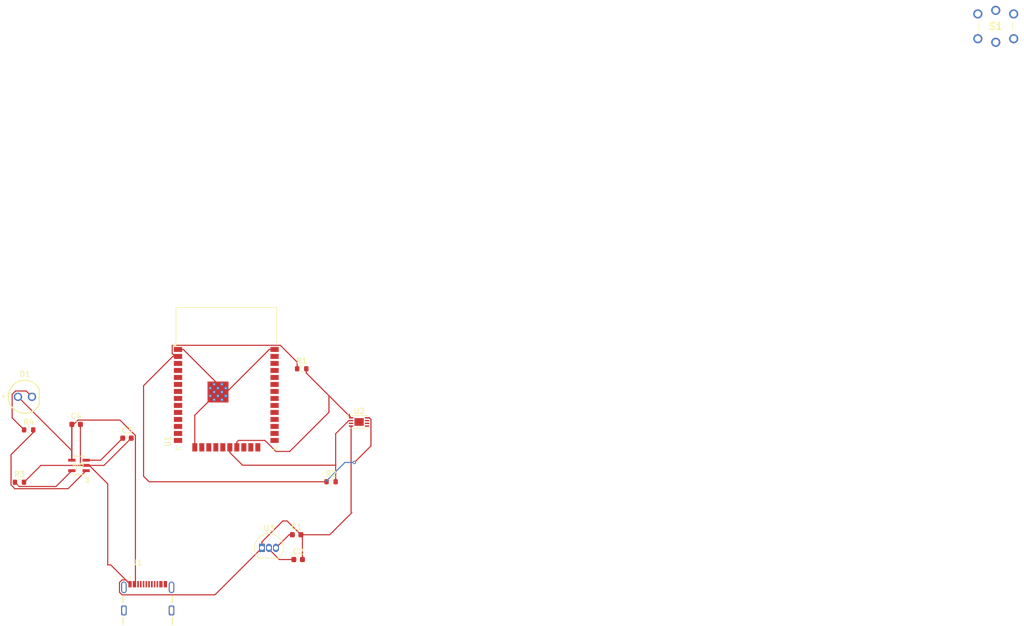
<source format=kicad_pcb>
(kicad_pcb (version 20240108) (generator "pcbnew") (generator_version "8.0")
  (layers (0 "F.Cu" signal) (31 "B.Cu" signal) (34 "B.Paste" user) (35 "F.Paste" user) (36 "B.SilkS" user "B.Silkscreen") (37 "F.SilkS" user "F.Silkscreen") (38 "B.Mask" user) (39 "F.Mask" user) (44 "Edge.Cuts" user))
  (net 0 "")
  (net 1 "Net-(U3-VO)")
  (net 2 "GND")
  (net 3 "vbat")
  (net 4 "Net-(U4-VBAT)")
  (net 5 "Net-(J1-VBUS)")
  (net 6 "Net-(D1-Pad2)")
  (net 21 "Net-(U1-SDO{slash}SD0)")
  (net 22 "+3.3V")
  (net 23 "Net-(U1-SCK{slash}CLK)")
  (net 24 "Net-(U4-PROG)")
  (net 25 "Net-(U4-STAT)")
  (net 32 "Net-(U1-GND-Pad1)")
  (footprint "Capacitor_SMD:C_0603_1608Metric" (layer "F.Cu") (at 113.025 88.971848)
    (property "Reference" "C4" (at 0 -1.46 0) (layer "F.SilkS"))
    (property "Value" "C")
    (fp_line (start -0.14058 -0.51) (end 0.14058 -0.51) (stroke (width 0.12)) (layer "F.SilkS"))
    (fp_line (start -0.14058 0.51) (end 0.14058 0.51) (stroke (width 0.12)) (layer "F.SilkS"))
    (pad "1" smd roundrect (at -0.775 0) (size 0.9 0.95) (layers "F.Cu" "F.Paste" "F.Mask") (net 5 "Net-(J1-VBUS)"))
    (pad "2" smd roundrect (at 0.775 0) (size 0.9 0.95) (layers "F.Cu" "F.Paste" "F.Mask") (net 2 "GND"))
  )
  (footprint "myproject:GCT_USB4105GFA120" (layer "F.Cu") (at 126 122.726848)
    (property "Reference" "J1" (at -1.825 -8.635 0) (layer "F.SilkS"))
    (property "Value" "USB4105GFA120")
    (fp_line (start -4.47 -2.65) (end -4.47 -1.4) (stroke (width 0.2)) (layer "F.SilkS"))
    (fp_line (start -4.47 1.32) (end -4.47 2.6) (stroke (width 0.2)) (layer "F.SilkS"))
    (fp_line (start 4.47 -2.65) (end 4.47 -1.4) (stroke (width 0.2)) (layer "F.SilkS"))
    (fp_line (start 4.47 2.6) (end 4.47 1.32) (stroke (width 0.2)) (layer "F.SilkS"))
    (fp_circle (center -3.25 -6) (end -3.15 -6) (stroke (width 0.2)) (fill none) (layer "F.SilkS"))
    (pad "" np_thru_hole circle (at -2.89 -3.68) (size 0.65 0.65) (drill 0.65) (layers "*.Cu" "*.Mask"))
    (pad "" np_thru_hole circle (at 2.89 -3.68) (size 0.65 0.65) (drill 0.65) (layers "*.Cu" "*.Mask"))
    (pad "A1_B12" smd rect (at -3.2 -4.755) (size 0.6 1.15) (layers "F.Cu" "F.Paste" "F.Mask") (net 2 "GND"))
    (pad "A4_B9" smd rect (at -2.4 -4.755) (size 0.6 1.15) (layers "F.Cu" "F.Paste" "F.Mask") (net 5 "Net-(J1-VBUS)"))
    (pad "A5" smd rect (at -1.25 -4.755) (size 0.3 1.15) (layers "F.Cu" "F.Paste" "F.Mask"))
    (pad "A6" smd rect (at -0.25 -4.755) (size 0.3 1.15) (layers "F.Cu" "F.Paste" "F.Mask"))
    (pad "A7" smd rect (at 0.25 -4.755) (size 0.3 1.15) (layers "F.Cu" "F.Paste" "F.Mask"))
    (pad "A8" smd rect (at 1.25 -4.755) (size 0.3 1.15) (layers "F.Cu" "F.Paste" "F.Mask"))
    (pad "B1_A12" smd rect (at 3.2 -4.755) (size 0.6 1.15) (layers "F.Cu" "F.Paste" "F.Mask"))
    (pad "B4_A9" smd rect (at 2.4 -4.755) (size 0.6 1.15) (layers "F.Cu" "F.Paste" "F.Mask"))
    (pad "B5" smd rect (at 1.75 -4.755) (size 0.3 1.15) (layers "F.Cu" "F.Paste" "F.Mask"))
    (pad "B6" smd rect (at 0.75 -4.755) (size 0.3 1.15) (layers "F.Cu" "F.Paste" "F.Mask"))
    (pad "B7" smd rect (at -0.75 -4.755) (size 0.3 1.15) (layers "F.Cu" "F.Paste" "F.Mask"))
    (pad "B8" smd rect (at -1.75 -4.755) (size 0.3 1.15) (layers "F.Cu" "F.Paste" "F.Mask"))
    (pad "SH1" thru_hole oval (at -4.32 -4.18) (size 1 2.1) (drill oval 0.6 1.7) (layers "*.Cu" "*.Mask"))
    (pad "SH2" thru_hole oval (at 4.32 -4.18) (size 1 2.1) (drill oval 0.6 1.7) (layers "*.Cu" "*.Mask"))
    (pad "SH3" thru_hole roundrect (at -4.32 0) (size 1 1.8) (drill oval 0.6 1.4) (layers "*.Cu" "*.Mask"))
    (pad "SH4" thru_hole roundrect (at 4.32 0) (size 1 1.8) (drill oval 0.6 1.4) (layers "*.Cu" "*.Mask"))
  )
  (footprint "Resistor_SMD:R_0603_1608Metric" (layer "F.Cu") (at 153.925 78.885)
    (property "Reference" "R1" (at 0 -1.43 0) (layer "F.SilkS"))
    (property "Value" "R")
    (fp_line (start -0.237258 -0.5225) (end 0.237258 -0.5225) (stroke (width 0.12)) (layer "F.SilkS"))
    (fp_line (start -0.237258 0.5225) (end 0.237258 0.5225) (stroke (width 0.12)) (layer "F.SilkS"))
    (pad "1" smd roundrect (at -0.825 0) (size 0.8 0.95) (layers "F.Cu" "F.Paste" "F.Mask") (net 22 "+3.3V"))
    (pad "2" smd roundrect (at 0.825 0) (size 0.8 0.95) (layers "F.Cu" "F.Paste" "F.Mask") (net 21 "Net-(U1-SDO{slash}SD0)"))
  )
  (footprint "Resistor_SMD:R_0603_1608Metric" (layer "F.Cu") (at 102.75 99.471848)
    (property "Reference" "R3" (at 0 -1.43 0) (layer "F.SilkS"))
    (property "Value" "R")
    (fp_line (start -0.237258 -0.5225) (end 0.237258 -0.5225) (stroke (width 0.12)) (layer "F.SilkS"))
    (fp_line (start -0.237258 0.5225) (end 0.237258 0.5225) (stroke (width 0.12)) (layer "F.SilkS"))
    (pad "1" smd roundrect (at -0.825 0) (size 0.8 0.95) (layers "F.Cu" "F.Paste" "F.Mask") (net 24 "Net-(U4-PROG)"))
    (pad "2" smd roundrect (at 0.825 0) (size 0.8 0.95) (layers "F.Cu" "F.Paste" "F.Mask") (net 2 "GND"))
  )
  (footprint "Package_TO_SOT_THT:TO-92_Inline" (layer "F.Cu") (at 146.71 111.385)
    (property "Reference" "U3" (at 1.27 -3.56 0) (layer "F.SilkS"))
    (property "Value" "MCP1700x-330xxTO")
    (fp_line (start -0.53 1.85) (end 3.07 1.85) (stroke (width 0.12)) (layer "F.SilkS"))
    (fp_arc (start -0.568478 1.838478) (mid -1.132087 -0.994977) (end 1.27 -2.6) (stroke (width 0.12)) (layer "F.SilkS"))
    (fp_arc (start 1.27 -2.6) (mid 3.672087 -0.994977) (end 3.108478 1.838478) (stroke (width 0.12)) (layer "F.SilkS"))
    (pad "1" thru_hole rect (at 0 0) (size 1.05 1.5) (drill 0.75) (layers "*.Cu" "*.Mask") (net 2 "GND"))
    (pad "2" thru_hole oval (at 1.27 0) (size 1.05 1.5) (drill 0.75) (layers "*.Cu" "*.Mask") (net 3 "vbat"))
    (pad "3" thru_hole oval (at 2.54 0) (size 1.05 1.5) (drill 0.75) (layers "*.Cu" "*.Mask") (net 1 "Net-(U3-VO)"))
  )
  (footprint "myproject:WL-TMRC_5MM" (layer "F.Cu") (at 103.75 83.971848)
    (property "Reference" "D1" (at 0 -4.135 0) (layer "F.SilkS"))
    (property "Value" "WL-TMRC_5MM" (hide yes))
    (fp_line (start 2.6 -1.38) (end 2.6 1.38) (stroke (width 0.2)) (layer "F.SilkS"))
    (fp_arc (start 2.6 1.38) (mid -3.031505 0) (end 2.6 -1.38) (stroke (width 0.2)) (layer "F.SilkS"))
    (fp_text user "+" (at -3.88 -0.118 0) (layer "F.SilkS") (effects (font (size 0.8 0.8))))
    (pad "1" thru_hole circle (at -1.27 0) (size 1.508 1.508) (drill 1) (layers "*.Cu" "*.Mask") (net 5 "Net-(J1-VBUS)"))
    (pad "2" thru_hole circle (at 1.27 0) (size 1.508 1.508) (drill 1) (layers "*.Cu" "*.Mask") (net 6 "Net-(D1-Pad2)"))
  )
  (footprint "Capacitor_SMD:C_0603_1608Metric" (layer "F.Cu") (at 153 109)
    (property "Reference" "C1" (at 0 -1.43 0) (layer "F.SilkS"))
    (property "Value" "C")
    (fp_line (start -0.14058 -0.51) (end 0.14058 -0.51) (stroke (width 0.12)) (layer "F.SilkS"))
    (fp_line (start -0.14058 0.51) (end 0.14058 0.51) (stroke (width 0.12)) (layer "F.SilkS"))
    (pad "1" smd roundrect (at -0.775 0) (size 0.9 0.95) (layers "F.Cu" "F.Paste" "F.Mask") (net 1 "Net-(U3-VO)"))
    (pad "2" smd roundrect (at 0.775 0) (size 0.9 0.95) (layers "F.Cu" "F.Paste" "F.Mask") (net 2 "GND"))
  )
  (footprint "myproject:SOT-23-5_MC_MCH" (layer "F.Cu") (at 113.5454 96.421849 180)
    (property "Reference" "U4" (at 0 0 180) (layer "F.SilkS"))
    (property "Value" "MCP73831T-2DCI/OT")
    (fp_line (start 1.0287 0.363261) (end 1.0287 -0.363261) (stroke (width 0.1524)) (layer "F.SilkS"))
    (fp_line (start 1.0287 -1.6764) (end -1.0287 -1.6764) (stroke (width 0.1524)) (layer "F.SilkS"))
    (fp_line (start -1.0287 1.6764) (end 1.0287 1.6764) (stroke (width 0.1524)) (layer "F.SilkS"))
    (fp_text user "*" (at -1.5494 -2.601 180) (layer "F.SilkS"))
    (fp_text user "*" (at -1.5494 -2.601 360) (layer "F.SilkS"))
    (pad "1" smd rect (at -1.2954 -0.950001 180) (size 1.3208 0.508) (layers "F.Cu" "F.Paste" "F.Mask") (net 25 "Net-(U4-STAT)"))
    (pad "2" smd rect (at -1.2954 0 180) (size 1.3208 0.508) (layers "F.Cu" "F.Paste" "F.Mask") (net 2 "GND"))
    (pad "3" smd rect (at -1.2954 0.950001 180) (size 1.3208 0.508) (layers "F.Cu" "F.Paste" "F.Mask") (net 4 "Net-(U4-VBAT)"))
    (pad "4" smd rect (at 1.2954 0.950001 180) (size 1.3208 0.508) (layers "F.Cu" "F.Paste" "F.Mask") (net 5 "Net-(J1-VBUS)"))
    (pad "5" smd rect (at 1.2954 -0.950001 180) (size 1.3208 0.508) (layers "F.Cu" "F.Paste" "F.Mask") (net 24 "Net-(U4-PROG)"))
  )
  (footprint "Capacitor_SMD:C_0603_1608Metric" (layer "F.Cu") (at 122.25 91.471848)
    (property "Reference" "C3" (at 0 -1.43 0) (layer "F.SilkS"))
    (property "Value" "C")
    (fp_line (start -0.14058 -0.51) (end 0.14058 -0.51) (stroke (width 0.12)) (layer "F.SilkS"))
    (fp_line (start -0.14058 0.51) (end 0.14058 0.51) (stroke (width 0.12)) (layer "F.SilkS"))
    (pad "1" smd roundrect (at -0.775 0) (size 0.9 0.95) (layers "F.Cu" "F.Paste" "F.Mask") (net 4 "Net-(U4-VBAT)"))
    (pad "2" smd roundrect (at 0.775 0) (size 0.9 0.95) (layers "F.Cu" "F.Paste" "F.Mask") (net 2 "GND"))
  )
  (footprint "Resistor_SMD:R_0603_1608Metric" (layer "F.Cu") (at 159.25 99.385)
    (property "Reference" "R2" (at 0 -1.43 0) (layer "F.SilkS"))
    (property "Value" "R")
    (fp_line (start -0.237258 -0.5225) (end 0.237258 -0.5225) (stroke (width 0.12)) (layer "F.SilkS"))
    (fp_line (start -0.237258 0.5225) (end 0.237258 0.5225) (stroke (width 0.12)) (layer "F.SilkS"))
    (pad "1" smd roundrect (at -0.825 0) (size 0.8 0.95) (layers "F.Cu" "F.Paste" "F.Mask") (net 22 "+3.3V"))
    (pad "2" smd roundrect (at 0.825 0) (size 0.8 0.95) (layers "F.Cu" "F.Paste" "F.Mask") (net 23 "Net-(U1-SCK{slash}CLK)"))
  )
  (footprint "RF_Module:ESP32-WROOM-32D" (layer "F.Cu") (at 140.25 83.63)
    (property "Reference" "U1" (at -10.61 8.43 90) (layer "F.SilkS"))
    (property "Value" "ESP32-WROOM-32D")
    (fp_line (start -9.12 -15.86) (end -9.12 -9.7) (stroke (width 0.12)) (layer "F.SilkS"))
    (fp_line (start -9.12 -15.86) (end 9.12 -15.86) (stroke (width 0.12)) (layer "F.SilkS"))
    (fp_line (start -9.12 9.1) (end -9.12 9.88) (stroke (width 0.12)) (layer "F.SilkS"))
    (fp_line (start -9.12 9.88) (end -8.12 9.88) (stroke (width 0.12)) (layer "F.SilkS"))
    (fp_line (start 9.12 -15.86) (end 9.12 -9.445) (stroke (width 0.12)) (layer "F.SilkS"))
    (fp_line (start 9.12 9.1) (end 9.12 9.88) (stroke (width 0.12)) (layer "F.SilkS"))
    (fp_line (start 9.12 9.88) (end 8.12 9.88) (stroke (width 0.12)) (layer "F.SilkS"))
    (fp_poly (pts (xy -9.125 -8.975) (xy -9.625 -8.975) (xy -9.125 -9.475) (xy -9.125 -8.975)) (stroke (width 0.12)) (fill solid) (layer "F.SilkS"))
    (pad "1" smd rect (at -8.75 -8.25) (size 1.5 0.9) (layers "F.Cu" "F.Paste" "F.Mask") (net 32 "Net-(U1-GND-Pad1)"))
    (pad "2" smd rect (at -8.75 -6.98) (size 1.5 0.9) (layers "F.Cu" "F.Paste" "F.Mask") (net 22 "+3.3V"))
    (pad "3" smd rect (at -8.75 -5.71) (size 1.5 0.9) (layers "F.Cu" "F.Paste" "F.Mask"))
    (pad "4" smd rect (at -8.75 -4.44) (size 1.5 0.9) (layers "F.Cu" "F.Paste" "F.Mask"))
    (pad "5" smd rect (at -8.75 -3.17) (size 1.5 0.9) (layers "F.Cu" "F.Paste" "F.Mask"))
    (pad "6" smd rect (at -8.75 -1.9) (size 1.5 0.9) (layers "F.Cu" "F.Paste" "F.Mask"))
    (pad "7" smd rect (at -8.75 -0.63) (size 1.5 0.9) (layers "F.Cu" "F.Paste" "F.Mask"))
    (pad "8" smd rect (at -8.75 0.64) (size 1.5 0.9) (layers "F.Cu" "F.Paste" "F.Mask"))
    (pad "9" smd rect (at -8.75 1.91) (size 1.5 0.9) (layers "F.Cu" "F.Paste" "F.Mask"))
    (pad "10" smd rect (at -8.75 3.18) (size 1.5 0.9) (layers "F.Cu" "F.Paste" "F.Mask"))
    (pad "11" smd rect (at -8.75 4.45) (size 1.5 0.9) (layers "F.Cu" "F.Paste" "F.Mask"))
    (pad "12" smd rect (at -8.75 5.72) (size 1.5 0.9) (layers "F.Cu" "F.Paste" "F.Mask"))
    (pad "13" smd rect (at -8.75 6.99) (size 1.5 0.9) (layers "F.Cu" "F.Paste" "F.Mask"))
    (pad "14" smd rect (at -8.75 8.26) (size 1.5 0.9) (layers "F.Cu" "F.Paste" "F.Mask"))
    (pad "15" smd rect (at -5.71 9.51 90) (size 1.5 0.9) (layers "F.Cu" "F.Paste" "F.Mask") (net 32 "Net-(U1-GND-Pad1)"))
    (pad "16" smd rect (at -4.44 9.51 90) (size 1.5 0.9) (layers "F.Cu" "F.Paste" "F.Mask"))
    (pad "17" smd rect (at -3.17 9.51 90) (size 1.5 0.9) (layers "F.Cu" "F.Paste" "F.Mask"))
    (pad "18" smd rect (at -1.9 9.51 90) (size 1.5 0.9) (layers "F.Cu" "F.Paste" "F.Mask"))
    (pad "19" smd rect (at -0.63 9.51 90) (size 1.5 0.9) (layers "F.Cu" "F.Paste" "F.Mask"))
    (pad "20" smd rect (at 0.64 9.51 90) (size 1.5 0.9) (layers "F.Cu" "F.Paste" "F.Mask") (net 23 "Net-(U1-SCK{slash}CLK)"))
    (pad "21" smd rect (at 1.91 9.51 90) (size 1.5 0.9) (layers "F.Cu" "F.Paste" "F.Mask") (net 21 "Net-(U1-SDO{slash}SD0)"))
    (pad "22" smd rect (at 3.18 9.51 90) (size 1.5 0.9) (layers "F.Cu" "F.Paste" "F.Mask"))
    (pad "23" smd rect (at 4.45 9.51 90) (size 1.5 0.9) (layers "F.Cu" "F.Paste" "F.Mask"))
    (pad "24" smd rect (at 5.72 9.51 90) (size 1.5 0.9) (layers "F.Cu" "F.Paste" "F.Mask"))
    (pad "25" smd rect (at 8.75 8.26) (size 1.5 0.9) (layers "F.Cu" "F.Paste" "F.Mask"))
    (pad "26" smd rect (at 8.75 6.99) (size 1.5 0.9) (layers "F.Cu" "F.Paste" "F.Mask"))
    (pad "27" smd rect (at 8.75 5.72) (size 1.5 0.9) (layers "F.Cu" "F.Paste" "F.Mask"))
    (pad "28" smd rect (at 8.75 4.45) (size 1.5 0.9) (layers "F.Cu" "F.Paste" "F.Mask"))
    (pad "29" smd rect (at 8.75 3.18) (size 1.5 0.9) (layers "F.Cu" "F.Paste" "F.Mask"))
    (pad "30" smd rect (at 8.75 1.91) (size 1.5 0.9) (layers "F.Cu" "F.Paste" "F.Mask"))
    (pad "31" smd rect (at 8.75 0.64) (size 1.5 0.9) (layers "F.Cu" "F.Paste" "F.Mask"))
    (pad "32" smd rect (at 8.75 -0.63) (size 1.5 0.9) (layers "F.Cu" "F.Paste" "F.Mask"))
    (pad "33" smd rect (at 8.75 -1.9) (size 1.5 0.9) (layers "F.Cu" "F.Paste" "F.Mask"))
    (pad "34" smd rect (at 8.75 -3.17) (size 1.5 0.9) (layers "F.Cu" "F.Paste" "F.Mask"))
    (pad "35" smd rect (at 8.75 -4.44) (size 1.5 0.9) (layers "F.Cu" "F.Paste" "F.Mask"))
    (pad "36" smd rect (at 8.75 -5.71) (size 1.5 0.9) (layers "F.Cu" "F.Paste" "F.Mask"))
    (pad "37" smd rect (at 8.75 -6.98) (size 1.5 0.9) (layers "F.Cu" "F.Paste" "F.Mask"))
    (pad "38" smd rect (at 8.75 -8.25) (size 1.5 0.9) (layers "F.Cu" "F.Paste" "F.Mask") (net 32 "Net-(U1-GND-Pad1)"))
    (pad "39" smd rect (at -2.9 -1.93) (size 0.9 0.9) (layers "F.Cu" "F.Paste") (net 32 "Net-(U1-GND-Pad1)"))
    (pad "39" thru_hole circle (at -2.9 -1.23) (size 0.6 0.6) (drill 0.2) (property pad_prop_heatsink) (layers "*.Cu" "F.Mask") (net 32 "Net-(U1-GND-Pad1)"))
    (pad "39" smd rect (at -2.9 -0.53) (size 0.9 0.9) (layers "F.Cu" "F.Paste") (net 32 "Net-(U1-GND-Pad1)"))
    (pad "39" thru_hole circle (at -2.9 0.17) (size 0.6 0.6) (drill 0.2) (property pad_prop_heatsink) (layers "*.Cu" "F.Mask") (net 32 "Net-(U1-GND-Pad1)"))
    (pad "39" smd rect (at -2.9 0.87) (size 0.9 0.9) (layers "F.Cu" "F.Paste") (net 32 "Net-(U1-GND-Pad1)"))
    (pad "39" thru_hole circle (at -2.2 -1.93) (size 0.6 0.6) (drill 0.2) (property pad_prop_heatsink) (layers "*.Cu" "F.Mask") (net 32 "Net-(U1-GND-Pad1)"))
    (pad "39" thru_hole circle (at -2.2 -0.53) (size 0.6 0.6) (drill 0.2) (property pad_prop_heatsink) (layers "*.Cu" "F.Mask") (net 32 "Net-(U1-GND-Pad1)"))
    (pad "39" thru_hole circle (at -2.2 0.87) (size 0.6 0.6) (drill 0.2) (property pad_prop_heatsink) (layers "*.Cu" "F.Mask") (net 32 "Net-(U1-GND-Pad1)"))
    (pad "39" thru_hole circle (at -1.525 -1.23) (size 0.6 0.6) (drill 0.2) (property pad_prop_heatsink) (layers "*.Cu" "F.Mask") (net 32 "Net-(U1-GND-Pad1)"))
    (pad "39" thru_hole circle (at -1.525 0.17) (size 0.6 0.6) (drill 0.2) (property pad_prop_heatsink) (layers "*.Cu" "F.Mask") (net 32 "Net-(U1-GND-Pad1)"))
    (pad "39" smd rect (at -1.5 -1.93) (size 0.9 0.9) (layers "F.Cu" "F.Paste") (net 32 "Net-(U1-GND-Pad1)"))
    (pad "39" smd rect (at -1.5 -0.53) (size 0.9 0.9) (layers "F.Cu" "F.Paste") (net 32 "Net-(U1-GND-Pad1)"))
    (pad "39" smd rect (at -1.5 -0.53) (size 3.8 3.8) (layers "F.Cu" "F.Mask") (net 32 "Net-(U1-GND-Pad1)"))
    (pad "39" smd rect (at -1.5 0.87) (size 0.9 0.9) (layers "F.Cu" "F.Paste") (net 32 "Net-(U1-GND-Pad1)"))
    (pad "39" thru_hole circle (at -0.8 -1.93) (size 0.6 0.6) (drill 0.2) (property pad_prop_heatsink) (layers "*.Cu" "F.Mask") (net 32 "Net-(U1-GND-Pad1)"))
    (pad "39" thru_hole circle (at -0.8 -0.53) (size 0.6 0.6) (drill 0.2) (property pad_prop_heatsink) (layers "*.Cu" "F.Mask") (net 32 "Net-(U1-GND-Pad1)"))
    (pad "39" thru_hole circle (at -0.8 0.87) (size 0.6 0.6) (drill 0.2) (property pad_prop_heatsink) (layers "*.Cu" "F.Mask") (net 32 "Net-(U1-GND-Pad1)"))
    (pad "39" smd rect (at -0.1 -1.93) (size 0.9 0.9) (layers "F.Cu" "F.Paste") (net 32 "Net-(U1-GND-Pad1)"))
    (pad "39" thru_hole circle (at -0.1 -1.23) (size 0.6 0.6) (drill 0.2) (property pad_prop_heatsink) (layers "*.Cu" "F.Mask") (net 32 "Net-(U1-GND-Pad1)"))
    (pad "39" smd rect (at -0.1 -0.53) (size 0.9 0.9) (layers "F.Cu" "F.Paste") (net 32 "Net-(U1-GND-Pad1)"))
    (pad "39" thru_hole circle (at -0.1 0.17) (size 0.6 0.6) (drill 0.2) (property pad_prop_heatsink) (layers "*.Cu" "F.Mask") (net 32 "Net-(U1-GND-Pad1)"))
    (pad "39" smd rect (at -0.1 0.87) (size 0.9 0.9) (layers "F.Cu" "F.Paste") (net 32 "Net-(U1-GND-Pad1)"))
  )
  (footprint "Resistor_SMD:R_0603_1608Metric" (layer "F.Cu") (at 104.425 89.971848)
    (property "Reference" "R4" (at 0 -1.43 0) (layer "F.SilkS"))
    (property "Value" "R")
    (fp_line (start -0.237258 -0.5225) (end 0.237258 -0.5225) (stroke (width 0.12)) (layer "F.SilkS"))
    (fp_line (start -0.237258 0.5225) (end 0.237258 0.5225) (stroke (width 0.12)) (layer "F.SilkS"))
    (pad "1" smd roundrect (at -0.825 0) (size 0.8 0.95) (layers "F.Cu" "F.Paste" "F.Mask") (net 6 "Net-(D1-Pad2)"))
    (pad "2" smd roundrect (at 0.825 0) (size 0.8 0.95) (layers "F.Cu" "F.Paste" "F.Mask") (net 25 "Net-(U4-STAT)"))
  )
  (footprint "Package_DFN_QFN:DFN-8-1EP_3x2mm_P0.5mm_EP1.7x1.4mm" (layer "F.Cu") (at 164.325 88.535)
    (property "Reference" "U2" (at 0 -1.95 0) (layer "F.SilkS"))
    (property "Value" "MCP9808_DFN")
    (fp_line (start -1.5 -1.135) (end 1.5 -1.135) (stroke (width 0.12)) (layer "F.SilkS"))
    (fp_line (start -1.5 1.135) (end 1.5 1.135) (stroke (width 0.12)) (layer "F.SilkS"))
    (fp_poly (pts (xy -2.02 -1.05) (xy -2.3 -1.05) (xy -2.02 -1.33) (xy -2.02 -1.05)) (stroke (width 0.12)) (fill solid) (layer "F.SilkS"))
    (pad "1" smd roundrect (at -1.45 -0.75) (size 0.8 0.25) (layers "F.Cu" "F.Paste" "F.Mask") (net 21 "Net-(U1-SDO{slash}SD0)"))
    (pad "2" smd roundrect (at -1.45 -0.25) (size 0.8 0.25) (layers "F.Cu" "F.Paste" "F.Mask") (net 23 "Net-(U1-SCK{slash}CLK)"))
    (pad "3" smd roundrect (at -1.45 0.25) (size 0.8 0.25) (layers "F.Cu" "F.Paste" "F.Mask"))
    (pad "4" smd roundrect (at -1.45 0.75) (size 0.8 0.25) (layers "F.Cu" "F.Paste" "F.Mask") (net 2 "GND"))
    (pad "5" smd roundrect (at 1.45 0.75) (size 0.8 0.25) (layers "F.Cu" "F.Paste" "F.Mask"))
    (pad "6" smd roundrect (at 1.45 0.25) (size 0.8 0.25) (layers "F.Cu" "F.Paste" "F.Mask"))
    (pad "7" smd roundrect (at 1.45 -0.25) (size 0.8 0.25) (layers "F.Cu" "F.Paste" "F.Mask"))
    (pad "8" smd roundrect (at 1.45 -0.75) (size 0.8 0.25) (layers "F.Cu" "F.Paste" "F.Mask") (net 22 "+3.3V"))
    (pad "9" smd rect (at 0 0) (size 1.7 1.4) (property pad_prop_heatsink) (layers "F.Cu" "F.Mask"))
  )
  (footprint "myproject:ILSTA18060" (layer "F.Cu") (at 276.5 14.5)
    (property "Reference" "S1" (at 3.25 2.25 0) (layer "F.SilkS") (effects (font (size 1.27 1.27) (thickness 0.254))))
    (property "Value" "ILS_TA180_60" (hide yes))
    (fp_line (start 0.2 1.5) (end 0.2 3) (stroke (width 0.1)) (layer "F.SilkS"))
    (fp_line (start 6.3 1.5) (end 6.3 3) (stroke (width 0.1)) (layer "F.SilkS"))
    (pad "1" thru_hole circle (at 0 0) (size 1.65 1.65) (drill 1.1) (layers "*.Cu" "*.Mask"))
    (pad "2" thru_hole circle (at 6.5 0) (size 1.65 1.65) (drill 1.1) (layers "*.Cu" "*.Mask"))
    (pad "3" thru_hole circle (at 0 4.5) (size 1.65 1.65) (drill 1.1) (layers "*.Cu" "*.Mask"))
    (pad "4" thru_hole circle (at 6.5 4.5) (size 1.65 1.65) (drill 1.1) (layers "*.Cu" "*.Mask"))
    (pad "5" thru_hole circle (at 3.25 5.15) (size 1.65 1.65) (drill 1.1) (layers "*.Cu" "*.Mask"))
    (pad "6" thru_hole circle (at 3.25 -0.65) (size 1.65 1.65) (drill 1.1) (layers "*.Cu" "*.Mask"))
  )
  (footprint "Capacitor_SMD:C_0603_1608Metric" (layer "F.Cu") (at 153.275 113.5)
    (property "Reference" "C2" (at 0 -1.43 0) (layer "F.SilkS"))
    (property "Value" "C")
    (fp_line (start -0.14058 -0.51) (end 0.14058 -0.51) (stroke (width 0.12)) (layer "F.SilkS"))
    (fp_line (start -0.14058 0.51) (end 0.14058 0.51) (stroke (width 0.12)) (layer "F.SilkS"))
    (pad "1" smd roundrect (at -0.775 0) (size 0.9 0.95) (layers "F.Cu" "F.Paste" "F.Mask") (net 3 "vbat"))
    (pad "2" smd roundrect (at 0.775 0) (size 0.9 0.95) (layers "F.Cu" "F.Paste" "F.Mask") (net 2 "GND"))
  )
  (segment (start 152.225 109) (end 151.635 109) (width 0.2) (layer "F.Cu") (net 1))
  (segment (start 151.635 109) (end 149.25 111.385) (width 0.2) (layer "F.Cu") (net 1))
  (segment (start 146.71 110.29) (end 146.71 111.385) (width 0.2) (layer "F.Cu") (net 2))
  (segment (start 114.8408 96.421849) (end 106.624999 96.421849) (width 0.2) (layer "F.Cu") (net 2))
  (segment (start 150.5 106.5) (end 146.71 110.29) (width 0.2) (layer "F.Cu") (net 2))
  (segment (start 159 109) (end 163 105) (width 0.2) (layer "F.Cu") (net 2))
  (segment (start 154.05 113.5) (end 154.05 109.275) (width 0.2) (layer "F.Cu") (net 2))
  (segment (start 162.875 104.875) (end 162.875 89.285) (width 0.2) (layer "F.Cu") (net 2))
  (segment (start 153.775 109) (end 153.775 108.86) (width 0.2) (layer "F.Cu") (net 2))
  (segment (start 122.8 117.971848) (end 119.3 114.471848) (width 0.2) (layer "F.Cu") (net 2))
  (segment (start 122.025 117.196848) (end 122.8 117.971848) (width 0.2) (layer "F.Cu") (net 2))
  (segment (start 123.025 91.471848) (end 118.074999 96.421849) (width 0.2) (layer "F.Cu") (net 2))
  (segment (start 146.71 111.385) (end 138.198152 119.896848) (width 0.2) (layer "F.Cu") (net 2))
  (segment (start 106.624999 96.421849) (end 103.575 99.471848) (width 0.2) (layer "F.Cu") (net 2))
  (segment (start 114.8408 96.421849) (end 115.405199 96.421849) (width 0.2) (layer "F.Cu") (net 2))
  (segment (start 118.75 99.76665) (end 118.75 114.471848) (width 0.2) (layer "F.Cu") (net 2))
  (segment (start 153.775 109) (end 159 109) (width 0.2) (layer "F.Cu") (net 2))
  (segment (start 120.88 119.428219) (end 120.88 117.665477) (width 0.2) (layer "F.Cu") (net 2))
  (segment (start 118.074999 96.421849) (end 114.8408 96.421849) (width 0.2) (layer "F.Cu") (net 2))
  (segment (start 113.9804 96.421849) (end 114.8408 96.421849) (width 0.2) (layer "F.Cu") (net 2))
  (segment (start 115.405199 96.421849) (end 118.75 99.76665) (width 0.2) (layer "F.Cu") (net 2))
  (segment (start 151.275 106.5) (end 150.5 106.5) (width 0.2) (layer "F.Cu") (net 2))
  (segment (start 113.8 88.971848) (end 113.8 96.241449) (width 0.2) (layer "F.Cu") (net 2))
  (segment (start 121.348629 117.196848) (end 122.025 117.196848) (width 0.2) (layer "F.Cu") (net 2))
  (segment (start 120.88 117.665477) (end 121.348629 117.196848) (width 0.2) (layer "F.Cu") (net 2))
  (segment (start 138.198152 119.896848) (end 121.348629 119.896848) (width 0.2) (layer "F.Cu") (net 2))
  (segment (start 121.348629 119.896848) (end 120.88 119.428219) (width 0.2) (layer "F.Cu") (net 2))
  (segment (start 154.05 109.275) (end 153.775 109) (width 0.2) (layer "F.Cu") (net 2))
  (segment (start 153.775 109) (end 151.275 106.5) (width 0.2) (layer "F.Cu") (net 2))
  (segment (start 113.8 96.241449) (end 113.9804 96.421849) (width 0.2) (layer "F.Cu") (net 2))
  (segment (start 119.3 114.471848) (end 118.75 114.471848) (width 0.2) (layer "F.Cu") (net 2))
  (segment (start 163 105) (end 162.875 104.875) (width 0.2) (layer "F.Cu") (net 2))
  (segment (start 153.775 108.86) (end 153.66 108.745) (width 0.2) (layer "F.Cu") (net 2))
  (segment (start 149.87 113.5) (end 152.5 113.5) (width 0.2) (layer "F.Cu") (net 3))
  (segment (start 147.98 111.61) (end 149.87 113.5) (width 0.2) (layer "F.Cu") (net 3))
  (segment (start 147.98 111.385) (end 147.98 111.61) (width 0.2) (layer "F.Cu") (net 3))
  (segment (start 117.475 95.471848) (end 121.475 91.471848) (width 0.2) (layer "F.Cu") (net 4))
  (segment (start 114.8408 95.471848) (end 117.475 95.471848) (width 0.2) (layer "F.Cu") (net 4))
  (segment (start 123.775 117.796848) (end 123.6 117.971848) (width 0.2) (layer "F.Cu") (net 5))
  (segment (start 112.25 89.298152) (end 113.351304 88.196848) (width 0.2) (layer "F.Cu") (net 5))
  (segment (start 112.25 93.741848) (end 102.48 83.971848) (width 0.2) (layer "F.Cu") (net 5))
  (segment (start 112.25 95.471848) (end 112.25 88.971848) (width 0.2) (layer "F.Cu") (net 5))
  (segment (start 123.775 90.998152) (end 123.775 117.796848) (width 0.2) (layer "F.Cu") (net 5))
  (segment (start 113.351304 88.196848) (end 120.973696 88.196848) (width 0.2) (layer "F.Cu") (net 5))
  (segment (start 112.25 95.471848) (end 112.25 93.741848) (width 0.2) (layer "F.Cu") (net 5))
  (segment (start 112.25 95.471848) (end 112.25 89.298152) (width 0.2) (layer "F.Cu") (net 5))
  (segment (start 120.973696 88.196848) (end 123.775 90.998152) (width 0.2) (layer "F.Cu") (net 5))
  (segment (start 103.966 82.917848) (end 105.02 83.971848) (width 0.2) (layer "F.Cu") (net 6))
  (segment (start 101.426 83.535266) (end 102.043418 82.917848) (width 0.2) (layer "F.Cu") (net 6))
  (segment (start 101.426 87.797848) (end 101.426 83.535266) (width 0.2) (layer "F.Cu") (net 6))
  (segment (start 103.6 89.971848) (end 101.426 87.797848) (width 0.2) (layer "F.Cu") (net 6))
  (segment (start 102.043418 82.917848) (end 103.966 82.917848) (width 0.2) (layer "F.Cu") (net 6))
  (segment (start 162.875 87.785) (end 158.8625 83.7725) (width 0.2) (layer "F.Cu") (net 21))
  (segment (start 149.25 93.885) (end 151.75 93.885) (width 0.2) (layer "F.Cu") (net 21))
  (segment (start 142.16 93.14) (end 142.16 92.19) (width 0.2) (layer "F.Cu") (net 21))
  (segment (start 142.16 92.19) (end 142.465 91.885) (width 0.2) (layer "F.Cu") (net 21))
  (segment (start 151.75 93.885) (end 158.8625 86.7725) (width 0.2) (layer "F.Cu") (net 21))
  (segment (start 154.75 79.66) (end 154.75 78.885) (width 0.2) (layer "F.Cu") (net 21))
  (segment (start 158.8625 86.7725) (end 158.8625 83.7725) (width 0.2) (layer "F.Cu") (net 21))
  (segment (start 158.8625 83.7725) (end 154.75 79.66) (width 0.2) (layer "F.Cu") (net 21))
  (segment (start 147.25 91.885) (end 149.25 93.885) (width 0.2) (layer "F.Cu") (net 21))
  (segment (start 142.465 91.885) (end 147.25 91.885) (width 0.2) (layer "F.Cu") (net 21))
  (segment (start 162.575 87.485) (end 162.575 87.155) (width 0.2) (layer "F.Cu") (net 21))
  (segment (start 162.875 87.785) (end 162.575 87.485) (width 0.2) (layer "F.Cu") (net 21))
  (segment (start 150.05 74.63) (end 130.45 74.63) (width 0.2) (layer "F.Cu") (net 22))
  (segment (start 125.25 98.385) (end 125.25 81.95) (width 0.2) (layer "F.Cu") (net 22))
  (segment (start 165.775 87.785) (end 166.189386 87.785) (width 0.2) (layer "F.Cu") (net 22))
  (segment (start 130.45 76.13) (end 130.97 76.65) (width 0.2) (layer "F.Cu") (net 22))
  (segment (start 166.189386 87.785) (end 166.475 88.070614) (width 0.2) (layer "F.Cu") (net 22))
  (segment (start 166.475 92.885) (end 163.475 95.885) (width 0.2) (layer "F.Cu") (net 22))
  (segment (start 158.425 99.385) (end 126.25 99.385) (width 0.2) (layer "F.Cu") (net 22))
  (segment (start 153.1 77.68) (end 150.05 74.63) (width 0.2) (layer "F.Cu") (net 22))
  (segment (start 166.475 88.070614) (end 166.475 92.885) (width 0.2) (layer "F.Cu") (net 22))
  (segment (start 126.25 99.385) (end 125.25 98.385) (width 0.2) (layer "F.Cu") (net 22))
  (segment (start 130.45 74.63) (end 130.45 76.13) (width 0.2) (layer "F.Cu") (net 22))
  (segment (start 153.1 78.885) (end 153.1 77.68) (width 0.2) (layer "F.Cu") (net 22))
  (segment (start 125.25 81.95) (end 130.55 76.65) (width 0.2) (layer "F.Cu") (net 22))
  (segment (start 130.55 76.65) (end 131.5 76.65) (width 0.2) (layer "F.Cu") (net 22))
  (segment (start 130.97 76.65) (end 131.5 76.65) (width 0.2) (layer "F.Cu") (net 22))
  (via (at 163.475 95.885) (size 0.6) (drill 0.3) (layers "F.Cu" "B.Cu") (net 22))
  (segment (start 163.475 95.885) (end 161.75 95.885) (width 0.2) (layer "B.Cu") (net 22))
  (segment (start 161.75 95.885) (end 158.25 99.385) (width 0.2) (layer "B.Cu") (net 22))
  (segment (start 160.075 90.670614) (end 162.460614 88.285) (width 0.2) (layer "F.Cu") (net 23))
  (segment (start 140.89 93.14) (end 140.89 94.09) (width 0.2) (layer "F.Cu") (net 23))
  (segment (start 140.89 94.09) (end 143.185 96.385) (width 0.2) (layer "F.Cu") (net 23))
  (segment (start 160.075 96.385) (end 160.075 90.670614) (width 0.2) (layer "F.Cu") (net 23))
  (segment (start 143.185 96.385) (end 160.075 96.385) (width 0.2) (layer "F.Cu") (net 23))
  (segment (start 162.460614 88.285) (end 162.875 88.285) (width 0.2) (layer "F.Cu") (net 23))
  (segment (start 160.075 99.385) (end 160.075 96.385) (width 0.2) (layer "F.Cu") (net 23))
  (segment (start 102.7 100.246848) (end 101.925 99.471848) (width 0.2) (layer "F.Cu") (net 24))
  (segment (start 112.25 97.37185) (end 109.375002 100.246848) (width 0.2) (layer "F.Cu") (net 24))
  (segment (start 109.375002 100.246848) (end 102.7 100.246848) (width 0.2) (layer "F.Cu") (net 24))
  (segment (start 111.565802 100.646848) (end 114.8408 97.37185) (width 0.2) (layer "F.Cu") (net 25))
  (segment (start 101.225 94.471848) (end 101.225 99.959496) (width 0.2) (layer "F.Cu") (net 25))
  (segment (start 101.912352 100.646848) (end 111.565802 100.646848) (width 0.2) (layer "F.Cu") (net 25))
  (segment (start 101.225 99.959496) (end 101.912352 100.646848) (width 0.2) (layer "F.Cu") (net 25))
  (segment (start 105.25 89.971848) (end 105.25 90.446848) (width 0.2) (layer "F.Cu") (net 25))
  (segment (start 105.25 90.446848) (end 101.225 94.471848) (width 0.2) (layer "F.Cu") (net 25))
  (segment (start 140.33 83.1) (end 138.75 83.1) (width 0.2) (layer "F.Cu") (net 32))
  (segment (start 131.5 75.38) (end 132.45 75.38) (width 0.2) (layer "F.Cu") (net 32))
  (segment (start 149 75.38) (end 148.05 75.38) (width 0.2) (layer "F.Cu") (net 32))
  (segment (start 138.75 81.68) (end 138.75 83.1) (width 0.2) (layer "F.Cu") (net 32))
  (segment (start 132.45 75.38) (end 138.75 81.68) (width 0.2) (layer "F.Cu") (net 32))
  (segment (start 148.05 75.38) (end 140.33 83.1) (width 0.2) (layer "F.Cu") (net 32))
  (segment (start 134.54 93.14) (end 134.54 87.31) (width 0.2) (layer "F.Cu") (net 32))
  (segment (start 134.54 87.31) (end 137.35 84.5) (width 0.2) (layer "F.Cu") (net 32))
)
</source>
